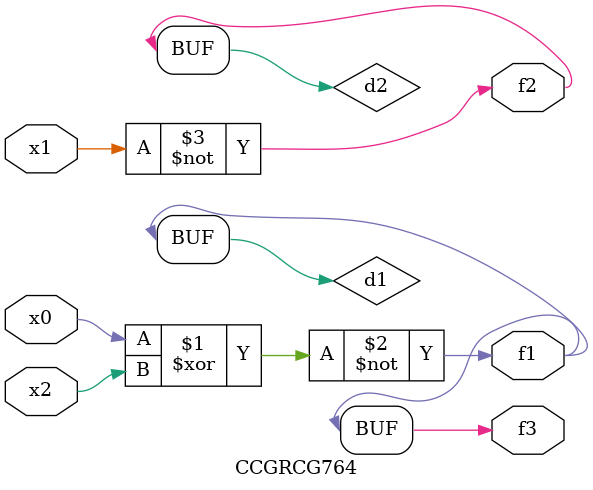
<source format=v>
module CCGRCG764(
	input x0, x1, x2,
	output f1, f2, f3
);

	wire d1, d2, d3;

	xnor (d1, x0, x2);
	nand (d2, x1);
	nor (d3, x1, x2);
	assign f1 = d1;
	assign f2 = d2;
	assign f3 = d1;
endmodule

</source>
